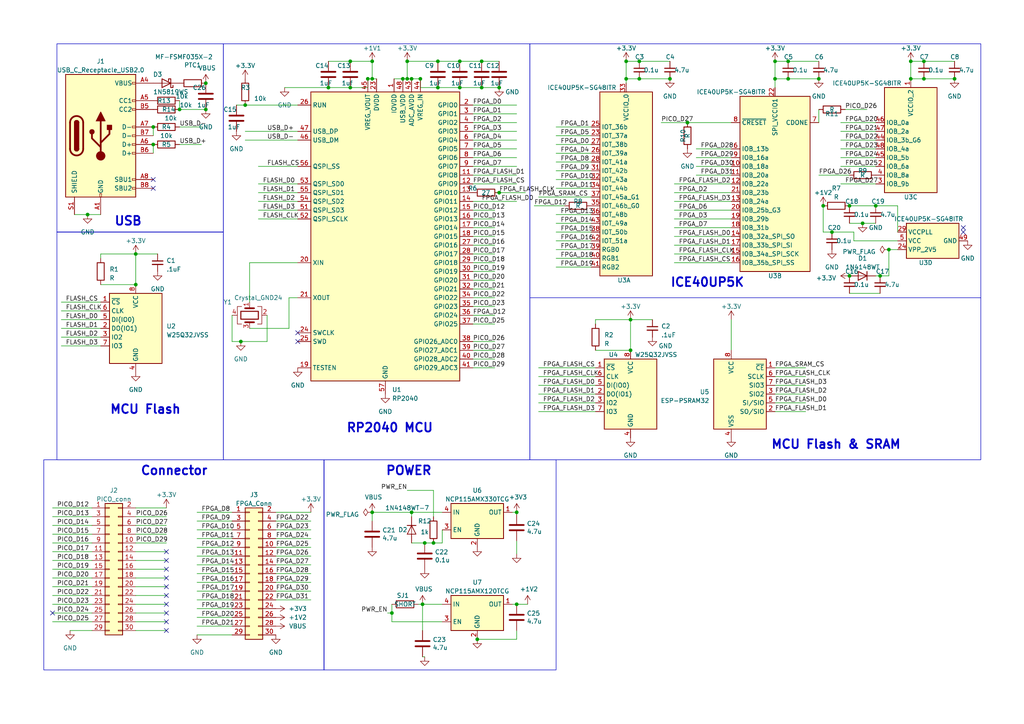
<source format=kicad_sch>
(kicad_sch (version 20230121) (generator eeschema)
  (paper "A4")
  (title_block (title "IO Extention board") (rev "0.1") (company "Shreeji Embedded"))
  (junction (at 149.86 175.26))
  (junction (at 264.16 22.86))
  (junction (at 71.12 30.48))
  (junction (at 241.3 67.31))
  (junction (at 224.79 17.78))
  (junction (at 264.16 17.78))
  (junction (at 181.61 17.78))
  (junction (at 246.38 80.01))
  (junction (at 149.86 148.59))
  (junction (at 267.97 17.78))
  (junction (at 118.11 17.78))
  (junction (at 144.78 25.4))
  (junction (at 127 17.78))
  (junction (at 182.88 92.71))
  (junction (at 276.86 22.86))
  (junction (at 181.61 22.86))
  (junction (at 107.95 148.59))
  (junction (at 138.43 185.42))
  (junction (at 52.07 31.75))
  (junction (at 228.6 17.78))
  (junction (at 101.6 17.78))
  (junction (at 123.19 157.48))
  (junction (at 127 25.4))
  (junction (at 185.42 17.78))
  (junction (at 182.88 101.6))
  (junction (at 116.84 22.86))
  (junction (at 106.68 22.86))
  (junction (at 194.31 22.86))
  (junction (at 185.42 22.86))
  (junction (at 139.7 17.78))
  (junction (at 257.81 72.39))
  (junction (at 59.69 31.75))
  (junction (at 44.45 41.91))
  (junction (at 122.555 175.26))
  (junction (at 250.19 64.77))
  (junction (at 95.25 25.4))
  (junction (at 69.85 99.06))
  (junction (at 125.73 157.48))
  (junction (at 39.37 73.66))
  (junction (at 59.69 24.13))
  (junction (at 238.76 59.69))
  (junction (at 267.97 22.86))
  (junction (at 119.38 148.59))
  (junction (at 254 59.69))
  (junction (at 237.49 22.86))
  (junction (at 246.38 59.69))
  (junction (at 113.665 177.8))
  (junction (at 44.45 36.83))
  (junction (at 101.6 25.4))
  (junction (at 107.95 22.86))
  (junction (at 255.27 80.01))
  (junction (at 39.37 82.55))
  (junction (at 107.95 17.78))
  (junction (at 133.35 25.4))
  (junction (at 139.7 25.4))
  (junction (at 133.35 17.78))
  (junction (at 118.11 22.86))
  (junction (at 119.38 22.86))
  (junction (at 144.78 55.88))
  (junction (at 121.92 22.86))
  (junction (at 199.39 35.56))
  (junction (at 228.6 22.86))
  (junction (at 224.79 22.86))
  (junction (at 25.4 62.23))
  (no_connect (at 48.26 165.1))
  (no_connect (at 48.26 180.34))
  (no_connect (at 48.26 172.72))
  (no_connect (at 48.26 162.56))
  (no_connect (at 48.26 170.18))
  (no_connect (at 44.45 52.07))
  (no_connect (at 279.4 67.31))
  (no_connect (at 86.36 99.06))
  (no_connect (at 44.45 54.61))
  (no_connect (at 48.26 177.8))
  (no_connect (at 48.26 160.02))
  (no_connect (at 279.4 66.04))
  (no_connect (at 15.24 177.8))
  (no_connect (at 48.26 167.64))
  (no_connect (at 86.36 96.52))
  (no_connect (at 48.26 175.26))
  (no_connect (at 48.26 182.88))
  (wire (pts (xy 201.93 45.72) (xy 212.09 45.72)))
  (wire (pts (xy 154.94 59.69) (xy 163.83 59.69)))
  (wire (pts (xy 224.79 116.84) (xy 233.68 116.84)))
  (wire (pts (xy 127 25.4) (xy 121.92 25.4)))
  (wire (pts (xy 72.39 95.25) (xy 83.82 95.25)))
  (wire (pts (xy 149.86 160.655) (xy 149.86 156.845)))
  (wire (pts (xy 137.16 33.02) (xy 149.86 33.02)))
  (wire (pts (xy 161.29 46.99) (xy 171.45 46.99)))
  (wire (pts (xy 246.38 64.77) (xy 250.19 64.77)))
  (wire (pts (xy 82.55 25.4) (xy 95.25 25.4)))
  (wire (pts (xy 246.38 85.09) (xy 255.27 85.09)))
  (wire (pts (xy 181.61 17.78) (xy 185.42 17.78)))
  (wire (pts (xy 139.7 25.4) (xy 133.35 25.4)))
  (wire (pts (xy 20.32 182.88) (xy 26.67 182.88)))
  (wire (pts (xy 161.29 69.85) (xy 171.45 69.85)))
  (wire (pts (xy 201.93 43.18) (xy 212.09 43.18)))
  (wire (pts (xy 80.01 151.13) (xy 90.17 151.13)))
  (wire (pts (xy 15.24 180.34) (xy 26.67 180.34)))
  (wire (pts (xy 237.49 50.8) (xy 246.38 50.8)))
  (wire (pts (xy 137.16 73.66) (xy 143.51 73.66)))
  (wire (pts (xy 83.82 86.36) (xy 86.36 86.36)))
  (wire (pts (xy 119.38 157.48) (xy 123.19 157.48)))
  (wire (pts (xy 39.37 162.56) (xy 48.26 162.56)))
  (wire (pts (xy 195.58 53.34) (xy 212.09 53.34)))
  (wire (pts (xy 161.29 52.07) (xy 171.45 52.07)))
  (wire (pts (xy 39.37 147.32) (xy 48.26 147.32)))
  (wire (pts (xy 161.29 77.47) (xy 171.45 77.47)))
  (wire (pts (xy 113.665 180.34) (xy 113.665 177.8)))
  (wire (pts (xy 264.16 22.86) (xy 267.97 22.86)))
  (wire (pts (xy 39.37 172.72) (xy 48.26 172.72)))
  (wire (pts (xy 80.01 153.67) (xy 90.17 153.67)))
  (wire (pts (xy 112.395 177.8) (xy 113.665 177.8)))
  (wire (pts (xy 80.01 166.37) (xy 90.17 166.37)))
  (wire (pts (xy 39.37 180.34) (xy 48.26 180.34)))
  (wire (pts (xy 80.01 171.45) (xy 90.17 171.45)))
  (wire (pts (xy 195.58 71.12) (xy 212.09 71.12)))
  (wire (pts (xy 17.78 95.25) (xy 29.21 95.25)))
  (wire (pts (xy 137.16 76.2) (xy 143.51 76.2)))
  (wire (pts (xy 161.29 44.45) (xy 171.45 44.45)))
  (wire (pts (xy 83.82 95.25) (xy 83.82 86.36)))
  (wire (pts (xy 123.19 157.48) (xy 125.73 157.48)))
  (wire (pts (xy 228.6 17.78) (xy 237.49 17.78)))
  (wire (pts (xy 74.93 53.34) (xy 86.36 53.34)))
  (wire (pts (xy 107.95 17.78) (xy 107.95 22.86)))
  (wire (pts (xy 201.93 48.26) (xy 212.09 48.26)))
  (wire (pts (xy 139.7 17.78) (xy 144.78 17.78)))
  (wire (pts (xy 137.16 38.1) (xy 149.86 38.1)))
  (wire (pts (xy 137.16 93.98) (xy 143.51 93.98)))
  (wire (pts (xy 72.39 76.2) (xy 86.36 76.2)))
  (wire (pts (xy 125.73 149.86) (xy 125.73 142.24)))
  (wire (pts (xy 72.39 87.63) (xy 72.39 76.2)))
  (wire (pts (xy 137.16 99.06) (xy 143.51 99.06)))
  (wire (pts (xy 224.79 17.78) (xy 224.79 22.86)))
  (wire (pts (xy 80.01 156.21) (xy 90.17 156.21)))
  (wire (pts (xy 243.84 40.64) (xy 254 40.64)))
  (wire (pts (xy 137.16 63.5) (xy 143.51 63.5)))
  (wire (pts (xy 121.285 175.26) (xy 122.555 175.26)))
  (wire (pts (xy 15.24 152.4) (xy 26.67 152.4)))
  (wire (pts (xy 39.37 182.88) (xy 48.26 182.88)))
  (wire (pts (xy 15.24 157.48) (xy 26.67 157.48)))
  (wire (pts (xy 156.21 119.38) (xy 172.72 119.38)))
  (wire (pts (xy 122.555 175.26) (xy 128.27 175.26)))
  (wire (pts (xy 137.16 53.34) (xy 149.86 53.34)))
  (wire (pts (xy 195.58 58.42) (xy 212.09 58.42)))
  (wire (pts (xy 195.58 73.66) (xy 212.09 73.66)))
  (wire (pts (xy 67.31 99.06) (xy 69.85 99.06)))
  (wire (pts (xy 71.12 38.1) (xy 86.36 38.1)))
  (wire (pts (xy 67.31 91.44) (xy 67.31 99.06)))
  (wire (pts (xy 149.86 185.42) (xy 149.86 182.88)))
  (wire (pts (xy 15.24 160.02) (xy 26.67 160.02)))
  (wire (pts (xy 156.21 116.84) (xy 172.72 116.84)))
  (wire (pts (xy 156.21 114.3) (xy 172.72 114.3)))
  (wire (pts (xy 137.16 101.6) (xy 143.51 101.6)))
  (wire (pts (xy 80.01 173.99) (xy 90.17 173.99)))
  (wire (pts (xy 137.16 43.18) (xy 149.86 43.18)))
  (wire (pts (xy 125.73 157.48) (xy 128.27 157.48)))
  (wire (pts (xy 243.84 45.72) (xy 254 45.72)))
  (wire (pts (xy 95.25 17.78) (xy 101.6 17.78)))
  (wire (pts (xy 39.37 73.66) (xy 29.21 73.66)))
  (wire (pts (xy 224.79 106.68) (xy 233.68 106.68)))
  (wire (pts (xy 57.15 161.29) (xy 67.31 161.29)))
  (wire (pts (xy 149.86 149.225) (xy 149.86 148.59)))
  (wire (pts (xy 122.555 175.26) (xy 122.555 182.88)))
  (wire (pts (xy 267.97 17.78) (xy 276.86 17.78)))
  (wire (pts (xy 257.81 72.39) (xy 257.81 80.01)))
  (wire (pts (xy 39.37 157.48) (xy 48.26 157.48)))
  (wire (pts (xy 74.93 60.96) (xy 86.36 60.96)))
  (wire (pts (xy 161.29 41.91) (xy 171.45 41.91)))
  (wire (pts (xy 161.29 54.61) (xy 171.45 54.61)))
  (wire (pts (xy 148.59 175.26) (xy 149.86 175.26)))
  (wire (pts (xy 133.35 17.78) (xy 139.7 17.78)))
  (wire (pts (xy 15.24 162.56) (xy 26.67 162.56)))
  (wire (pts (xy 39.37 154.94) (xy 48.26 154.94)))
  (wire (pts (xy 156.21 109.22) (xy 172.72 109.22)))
  (wire (pts (xy 137.16 81.28) (xy 143.51 81.28)))
  (wire (pts (xy 57.15 166.37) (xy 67.31 166.37)))
  (wire (pts (xy 17.78 97.79) (xy 29.21 97.79)))
  (wire (pts (xy 80.01 148.59) (xy 90.17 148.59)))
  (wire (pts (xy 95.25 25.4) (xy 101.6 25.4)))
  (wire (pts (xy 247.65 67.31) (xy 241.3 67.31)))
  (wire (pts (xy 74.93 55.88) (xy 86.36 55.88)))
  (wire (pts (xy 39.37 170.18) (xy 48.26 170.18)))
  (wire (pts (xy 161.29 72.39) (xy 171.45 72.39)))
  (wire (pts (xy 185.42 17.78) (xy 194.31 17.78)))
  (wire (pts (xy 254 80.01) (xy 255.27 80.01)))
  (wire (pts (xy 137.16 83.82) (xy 143.51 83.82)))
  (wire (pts (xy 156.21 111.76) (xy 172.72 111.76)))
  (wire (pts (xy 195.58 55.88) (xy 212.09 55.88)))
  (wire (pts (xy 133.35 25.4) (xy 127 25.4)))
  (wire (pts (xy 119.38 22.86) (xy 121.92 22.86)))
  (wire (pts (xy 137.16 35.56) (xy 149.86 35.56)))
  (wire (pts (xy 149.86 175.26) (xy 153.035 175.26)))
  (wire (pts (xy 137.16 48.26) (xy 149.86 48.26)))
  (wire (pts (xy 101.6 17.78) (xy 107.95 17.78)))
  (wire (pts (xy 137.16 66.04) (xy 143.51 66.04)))
  (wire (pts (xy 29.21 73.66) (xy 29.21 74.93)))
  (wire (pts (xy 260.35 69.85) (xy 247.65 69.85)))
  (wire (pts (xy 241.3 67.31) (xy 238.76 67.31)))
  (wire (pts (xy 149.86 148.59) (xy 148.59 148.59)))
  (wire (pts (xy 137.16 50.8) (xy 149.86 50.8)))
  (wire (pts (xy 137.16 68.58) (xy 143.51 68.58)))
  (wire (pts (xy 195.58 63.5) (xy 212.09 63.5)))
  (wire (pts (xy 161.29 36.83) (xy 171.45 36.83)))
  (wire (pts (xy 39.37 175.26) (xy 48.26 175.26)))
  (wire (pts (xy 181.61 22.86) (xy 185.42 22.86)))
  (wire (pts (xy 181.61 17.78) (xy 181.61 22.86)))
  (wire (pts (xy 137.16 91.44) (xy 143.51 91.44)))
  (wire (pts (xy 15.24 170.18) (xy 26.67 170.18)))
  (wire (pts (xy 257.81 80.01) (xy 255.27 80.01)))
  (wire (pts (xy 39.37 165.1) (xy 48.26 165.1)))
  (wire (pts (xy 57.15 176.53) (xy 67.31 176.53)))
  (wire (pts (xy 77.47 91.44) (xy 77.47 99.06)))
  (wire (pts (xy 161.29 62.23) (xy 171.45 62.23)))
  (wire (pts (xy 191.77 35.56) (xy 199.39 35.56)))
  (wire (pts (xy 15.24 172.72) (xy 26.67 172.72)))
  (wire (pts (xy 80.01 161.29) (xy 90.17 161.29)))
  (wire (pts (xy 15.24 149.86) (xy 26.67 149.86)))
  (wire (pts (xy 224.79 22.86) (xy 228.6 22.86)))
  (wire (pts (xy 80.01 168.91) (xy 90.17 168.91)))
  (wire (pts (xy 39.37 152.4) (xy 48.26 152.4)))
  (wire (pts (xy 137.16 106.68) (xy 143.51 106.68)))
  (wire (pts (xy 15.24 147.32) (xy 26.67 147.32)))
  (wire (pts (xy 29.21 82.55) (xy 39.37 82.55)))
  (wire (pts (xy 195.58 66.04) (xy 212.09 66.04)))
  (wire (pts (xy 228.6 22.86) (xy 237.49 22.86)))
  (wire (pts (xy 74.93 63.5) (xy 86.36 63.5)))
  (wire (pts (xy 138.43 185.42) (xy 149.86 185.42)))
  (wire (pts (xy 80.01 163.83) (xy 90.17 163.83)))
  (wire (pts (xy 39.37 73.66) (xy 45.72 73.66)))
  (wire (pts (xy 52.07 29.21) (xy 52.07 31.75)))
  (wire (pts (xy 264.16 17.78) (xy 267.97 17.78)))
  (wire (pts (xy 57.15 156.21) (xy 67.31 156.21)))
  (wire (pts (xy 116.84 22.86) (xy 118.11 22.86)))
  (wire (pts (xy 57.15 153.67) (xy 67.31 153.67)))
  (wire (pts (xy 201.93 50.8) (xy 212.09 50.8)))
  (wire (pts (xy 260.35 67.31) (xy 260.35 59.69)))
  (wire (pts (xy 68.58 30.48) (xy 71.12 30.48)))
  (wire (pts (xy 243.84 38.1) (xy 254 38.1)))
  (wire (pts (xy 267.97 22.86) (xy 276.86 22.86)))
  (wire (pts (xy 182.88 92.71) (xy 172.72 92.71)))
  (wire (pts (xy 224.79 114.3) (xy 233.68 114.3)))
  (wire (pts (xy 106.68 25.4) (xy 106.68 22.86)))
  (wire (pts (xy 224.79 17.78) (xy 228.6 17.78)))
  (wire (pts (xy 122.555 190.5) (xy 123.19 190.5)))
  (wire (pts (xy 181.61 22.86) (xy 181.61 24.13)))
  (wire (pts (xy 243.84 48.26) (xy 254 48.26)))
  (wire (pts (xy 114.3 22.86) (xy 116.84 22.86)))
  (wire (pts (xy 137.16 88.9) (xy 143.51 88.9)))
  (wire (pts (xy 44.45 36.83) (xy 44.45 39.37)))
  (wire (pts (xy 39.37 73.66) (xy 39.37 82.55)))
  (wire (pts (xy 39.37 177.8) (xy 48.26 177.8)))
  (wire (pts (xy 17.78 87.63) (xy 29.21 87.63)))
  (wire (pts (xy 119.38 148.59) (xy 119.38 149.86)))
  (wire (pts (xy 127 17.78) (xy 133.35 17.78)))
  (wire (pts (xy 161.29 39.37) (xy 171.45 39.37)))
  (wire (pts (xy 250.19 64.77) (xy 254 64.77)))
  (wire (pts (xy 137.16 104.14) (xy 143.51 104.14)))
  (wire (pts (xy 224.79 119.38) (xy 233.68 119.38)))
  (wire (pts (xy 118.11 17.78) (xy 118.11 22.86)))
  (wire (pts (xy 224.79 109.22) (xy 233.68 109.22)))
  (wire (pts (xy 39.37 149.86) (xy 48.26 149.86)))
  (wire (pts (xy 118.11 17.78) (xy 127 17.78)))
  (wire (pts (xy 113.665 180.34) (xy 128.27 180.34)))
  (wire (pts (xy 39.37 160.02) (xy 48.26 160.02)))
  (wire (pts (xy 137.16 40.64) (xy 149.86 40.64)))
  (wire (pts (xy 182.88 92.71) (xy 189.23 92.71)))
  (wire (pts (xy 15.24 154.94) (xy 26.67 154.94)))
  (wire (pts (xy 52.07 31.75) (xy 59.69 31.75)))
  (wire (pts (xy 161.29 67.31) (xy 171.45 67.31)))
  (wire (pts (xy 57.15 184.15) (xy 67.31 184.15)))
  (wire (pts (xy 17.78 100.33) (xy 29.21 100.33)))
  (wire (pts (xy 57.15 151.13) (xy 67.31 151.13)))
  (wire (pts (xy 212.09 92.71) (xy 212.09 101.6)))
  (wire (pts (xy 161.29 64.77) (xy 171.45 64.77)))
  (wire (pts (xy 74.93 48.26) (xy 86.36 48.26)))
  (wire (pts (xy 246.38 59.69) (xy 254 59.69)))
  (wire (pts (xy 224.79 111.76) (xy 233.68 111.76)))
  (wire (pts (xy 71.12 40.64) (xy 86.36 40.64)))
  (wire (pts (xy 107.95 22.86) (xy 109.22 22.86)))
  (wire (pts (xy 57.15 171.45) (xy 67.31 171.45)))
  (wire (pts (xy 144.78 55.88) (xy 152.4 55.88)))
  (wire (pts (xy 172.72 101.6) (xy 182.88 101.6)))
  (wire (pts (xy 44.45 41.91) (xy 44.45 44.45)))
  (wire (pts (xy 118.11 22.86) (xy 119.38 22.86)))
  (wire (pts (xy 80.01 158.75) (xy 90.17 158.75)))
  (wire (pts (xy 161.29 74.93) (xy 171.45 74.93)))
  (wire (pts (xy 195.58 76.2) (xy 212.09 76.2)))
  (wire (pts (xy 121.92 25.4) (xy 121.92 22.86)))
  (wire (pts (xy 57.15 181.61) (xy 67.31 181.61)))
  (wire (pts (xy 137.16 86.36) (xy 143.51 86.36)))
  (wire (pts (xy 143.51 55.88) (xy 144.78 55.88)))
  (wire (pts (xy 161.29 49.53) (xy 171.45 49.53)))
  (wire (pts (xy 15.24 167.64) (xy 26.67 167.64)))
  (wire (pts (xy 118.11 142.24) (xy 125.73 142.24)))
  (wire (pts (xy 57.15 173.99) (xy 67.31 173.99)))
  (wire (pts (xy 224.79 22.86) (xy 224.79 25.4)))
  (wire (pts (xy 39.37 167.64) (xy 48.26 167.64)))
  (wire (pts (xy 128.27 153.67) (xy 128.27 157.48)))
  (wire (pts (xy 199.39 35.56) (xy 212.09 35.56)))
  (wire (pts (xy 137.16 58.42) (xy 149.86 58.42)))
  (wire (pts (xy 238.76 67.31) (xy 238.76 59.69)))
  (wire (pts (xy 25.4 62.23) (xy 29.21 62.23)))
  (wire (pts (xy 71.12 30.48) (xy 86.36 30.48)))
  (wire (pts (xy 137.16 78.74) (xy 143.51 78.74)))
  (wire (pts (xy 57.15 148.59) (xy 67.31 148.59)))
  (wire (pts (xy 15.24 175.26) (xy 26.67 175.26)))
  (wire (pts (xy 77.47 99.06) (xy 69.85 99.06)))
  (wire (pts (xy 243.84 43.18) (xy 254 43.18)))
  (wire (pts (xy 107.95 148.59) (xy 107.95 151.13)))
  (wire (pts (xy 52.07 36.83) (xy 58.42 36.83)))
  (wire (pts (xy 21.59 62.23) (xy 25.4 62.23)))
  (wire (pts (xy 106.68 22.86) (xy 107.95 22.86)))
  (wire (pts (xy 247.65 69.85) (xy 247.65 67.31)))
  (wire (pts (xy 119.38 148.59) (xy 128.27 148.59)))
  (wire (pts (xy 74.93 58.42) (xy 86.36 58.42)))
  (wire (pts (xy 195.58 68.58) (xy 212.09 68.58)))
  (wire (pts (xy 257.81 72.39) (xy 260.35 72.39)))
  (wire (pts (xy 17.78 92.71) (xy 29.21 92.71)))
  (wire (pts (xy 137.16 45.72) (xy 149.86 45.72)))
  (wire (pts (xy 17.78 90.17) (xy 29.21 90.17)))
  (wire (pts (xy 57.15 168.91) (xy 67.31 168.91)))
  (wire (pts (xy 156.21 57.15) (xy 171.45 57.15)))
  (wire (pts (xy 243.84 35.56) (xy 254 35.56)))
  (wire (pts (xy 182.88 92.71) (xy 182.88 101.6)))
  (wire (pts (xy 245.11 31.75) (xy 251.46 31.75)))
  (wire (pts (xy 137.16 60.96) (xy 143.51 60.96)))
  (wire (pts (xy 57.15 158.75) (xy 67.31 158.75)))
  (wire (pts (xy 195.58 60.96) (xy 212.09 60.96)))
  (wire (pts (xy 144.78 25.4) (xy 139.7 25.4)))
  (wire (pts (xy 172.72 92.71) (xy 172.72 93.98)))
  (wire (pts (xy 156.21 106.68) (xy 172.72 106.68)))
  (wire (pts (xy 113.665 175.26) (xy 113.665 177.8)))
  (wire (pts (xy 107.95 148.59) (xy 119.38 148.59)))
  (wire (pts (xy 260.35 59.69) (xy 254 59.69)))
  (wire (pts (xy 57.15 163.83) (xy 67.31 163.83)))
  (wire (pts (xy 185.42 22.86) (xy 194.31 22.86)))
  (wire (pts (xy 15.24 177.8) (xy 26.67 177.8)))
  (wire (pts (xy 101.6 25.4) (xy 106.68 25.4)))
  (wire (pts (xy 15.24 165.1) (xy 26.67 165.1)))
  (wire (pts (xy 243.84 53.34) (xy 254 53.34)))
  (wire (pts (xy 57.15 179.07) (xy 67.31 179.07)))
  (wire (pts (xy 264.16 17.78) (xy 264.16 22.86)))
  (wire (pts (xy 137.16 71.12) (xy 143.51 71.12)))
  (wire (pts (xy 237.49 31.75) (xy 237.49 35.56)))
  (wire (pts (xy 52.07 41.91) (xy 58.42 41.91)))
  (wire (pts (xy 137.16 30.48) (xy 149.86 30.48)))
  (rectangle (start 93.98 133.35) (end 161.29 194.31))
  (rectangle (start 12.7 133.35) (end 93.98 194.31))
  (rectangle (start 153.67 12.7) (end 284.48 86.36))
  (rectangle (start 153.67 86.36) (end 284.48 133.35))
  (rectangle (start 16.51 12.7) (end 64.77 67.31))
  (rectangle (start 16.51 67.31) (end 64.77 133.35))
  (rectangle (start 64.77 12.7) (end 153.67 133.35))
  (text "Connector\n\n" (at 40.64 142.24 0) (effects (font (size 2.54 2.54) (thickness 0.508) bold) (justify left bottom)))
  (text "POWER\n\n" (at 111.76 142.24 0) (effects (font (size 2.54 2.54) (thickness 0.508) bold) (justify left bottom)))
  (text "MCU Flash\n\n" (at 31.75 124.46 0) (effects (font (size 2.54 2.54) (thickness 0.508) bold) (justify left bottom)))
  (text "ICE40UP5K\n\n" (at 194.31 87.63 0) (effects (font (size 2.54 2.54) (thickness 0.508) bold) (justify left bottom)))
  (text "MCU Flash & SRAM\n\n" (at 223.52 134.62 0) (effects (font (size 2.54 2.54) (thickness 0.508) bold) (justify left bottom)))
  (text "USB\n\n" (at 33.02 69.85 0) (effects (font (size 2.54 2.54) (thickness 0.508) bold) (justify left bottom)))
  (text "RP2040 MCU\n" (at 100.33 125.73 0) (effects (font (size 2.54 2.54) (thickness 0.508) bold) (justify left bottom)))
  (label "FPGA_D3" (at 196.85 63.5 0))
  (label "FPGA_D13" (at 162.56 62.23 0))
  (label "PICO_D12" (at 16.51 147.32 0))
  (label "FPGA_D28" (at 80.01 166.37 0))
  (label "PICO_D23" (at 137.16 88.9 0))
  (label "PICO_D13" (at 16.51 149.86 0))
  (label "FPGA_D12" (at 58.42 158.75 0))
  (label "FPGA_FLASH_CLK" (at 157.48 109.22 0))
  (label "FPGA_D15" (at 162.56 67.31 0))
  (label "PICO_D18" (at 137.16 76.2 0))
  (label "FPGA_D28" (at 203.2 43.18 0))
  (label "FPGA_D12" (at 154.94 59.69 0))
  (label "PICO_D19" (at 16.51 165.1 0))
  (label "PICO_D20" (at 16.51 167.64 0))
  (label "FPGA_SRAM_CS" (at 156.21 57.15 0))
  (label "PICO_D26" (at 245.11 31.75 0))
  (label "PICO_D24" (at 16.51 177.8 0))
  (label "USB_D+" (at 77.47 38.1 0))
  (label "FPGA_FLASH_D2" (at 224.79 114.3 0))
  (label "PICO_D27" (at 137.16 101.6 0))
  (label "FPGA_D3" (at 137.16 38.1 0))
  (label "PICO_D13" (at 137.16 63.5 0))
  (label "FPGA_D9" (at 162.56 49.53 0))
  (label "FLASH_D3" (at 76.2 60.96 0))
  (label "FPGA_D8" (at 162.56 46.99 0))
  (label "FPGA_FLASH_D3" (at 224.79 111.76 0))
  (label "FPGA_D25" (at 245.11 48.26 0))
  (label "PICO_D23" (at 16.51 175.26 0))
  (label "FPGA_D17" (at 162.56 72.39 0))
  (label "FPGA_D24" (at 80.01 156.21 0))
  (label "FLASH_D1" (at 19.05 95.25 0))
  (label "PICO_D25" (at 137.16 93.98 0))
  (label "FPGA_D26" (at 237.49 50.8 0))
  (label "FPGA_D25" (at 80.01 158.75 0))
  (label "FPGA_D6" (at 137.16 45.72 0))
  (label "FPGA_D31" (at 80.01 173.99 0))
  (label "PICO_D14" (at 137.16 66.04 0))
  (label "PICO_D26" (at 39.37 149.86 0))
  (label "FPGA_D1" (at 137.16 33.02 0))
  (label "FPGA_D24" (at 245.11 45.72 0))
  (label "PICO_D16" (at 137.16 71.12 0))
  (label "PICO_D27" (at 191.77 35.56 0))
  (label "PICO_D16" (at 16.51 157.48 0))
  (label "FPGA_FLASH_D3" (at 157.48 119.38 0))
  (label "FPGA_D30" (at 80.01 171.45 0))
  (label "FPGA_D27" (at 80.01 163.83 0))
  (label "FPGA_D30" (at 203.2 48.26 0))
  (label "FPGA_D16" (at 162.56 69.85 0))
  (label "FPGA_D11" (at 58.42 156.21 0))
  (label "FPGA_D18" (at 58.42 173.99 0))
  (label "FLASH_D2" (at 76.2 58.42 0))
  (label "FPGA_D27" (at 245.11 53.34 0))
  (label "FPGA_D10" (at 162.56 52.07 0))
  (label "FLASH_CS" (at 19.05 87.63 0))
  (label "PICO_D18" (at 16.51 162.56 0))
  (label "PWR_EN" (at 118.11 142.24 180))
  (label "FPGA_FLASH_CS" (at 196.85 76.2 0))
  (label "FLASH_D2" (at 19.05 97.79 0))
  (label "FPGA_D10" (at 58.42 153.67 0))
  (label "FPGA_FLASH_D3" (at 196.85 58.42 0))
  (label "PICO_D22" (at 16.51 172.72 0))
  (label "FPGA_SRAM_CS" (at 224.79 106.68 0))
  (label "PICO_D28" (at 137.16 104.14 0))
  (label "FPGA_D20" (at 58.42 179.07 0))
  (label "PICO_D20" (at 137.16 81.28 0))
  (label "FPGA_D20" (at 245.11 35.56 0))
  (label "FLASH_D0" (at 76.2 53.34 0))
  (label "FPGA_D5" (at 162.56 39.37 0))
  (label "FPGA_D14" (at 58.42 163.83 0))
  (label "FPGA_D0" (at 137.16 30.48 0))
  (label "FPGA_FLASH_CS" (at 157.48 106.68 0))
  (label "USB_D-" (at 52.07 36.83 0))
  (label "FPGA_D17" (at 58.42 171.45 0))
  (label "FPGA_FLASH_D1" (at 157.48 114.3 0))
  (label "FPGA_D31" (at 203.2 50.8 0))
  (label "FPGA_D16" (at 58.42 168.91 0))
  (label "PICO_D28" (at 39.37 154.94 0))
  (label "FPGA_D2" (at 137.16 35.56 0))
  (label "PICO_D15" (at 137.16 68.58 0))
  (label "FPGA_D8" (at 58.42 148.59 0))
  (label "FPGA_D26" (at 80.01 161.29 0))
  (label "FLASH_D1" (at 76.2 55.88 0))
  (label "FPGA_D7" (at 137.16 48.26 0))
  (label "FPGA_D1" (at 162.56 36.83 0))
  (label "PICO_D25" (at 16.51 180.34 0))
  (label "FPGA_D22" (at 245.11 40.64 0))
  (label "PICO_D12" (at 137.16 60.96 0))
  (label "PICO_D21" (at 137.16 83.82 0))
  (label "FPGA_D29" (at 203.2 45.72 0))
  (label "FPGA_FLASH_D2" (at 196.85 53.34 0))
  (label "FPGA_D19" (at 58.42 176.53 0))
  (label "FPGA_D7" (at 196.85 66.04 0))
  (label "PICO_D19" (at 137.16 78.74 0))
  (label "PICO_D26" (at 137.16 99.06 0))
  (label "FPGA_FLASH_D1" (at 196.85 71.12 0))
  (label "FPGA_FLASH_D1" (at 224.79 119.38 0))
  (label "FLASH_D3" (at 19.05 100.33 0))
  (label "PICO_D14" (at 16.51 152.4 0))
  (label "FPGA_D12" (at 137.16 91.44 0))
  (label "FPGA_FLASH_D2" (at 157.48 116.84 0))
  (label "FPGA_D11" (at 162.56 54.61 0))
  (label "FPGA_D5" (at 137.16 43.18 0))
  (label "FPGA_D22" (at 80.01 151.13 0))
  (label "FPGA_FLASH_CLK" (at 144.78 55.88 0))
  (label "FPGA_D23" (at 245.11 43.18 0))
  (label "FPGA_FLASH_CLK" (at 224.79 109.22 0))
  (label "FPGA_FLASH_D0" (at 196.85 68.58 0))
  (label "FPGA_D21" (at 245.11 38.1 0))
  (label "PWR_EN" (at 112.395 177.8 180))
  (label "PICO_D21" (at 16.51 170.18 0))
  (label "FLASH_CLK" (at 19.05 90.17 0))
  (label "FPGA_D29" (at 80.01 168.91 0))
  (label "FPGA_FLASH_D0" (at 139.7 58.42 0))
  (label "FPGA_D19" (at 162.56 77.47 0))
  (label "FPGA_D0" (at 162.56 41.91 0))
  (label "PICO_D29" (at 137.16 106.68 0))
  (label "FPGA_D4" (at 137.16 40.64 0))
  (label "FPGA_D21" (at 58.42 181.61 0))
  (label "FPGA_FLASH_CS" (at 137.16 53.34 0))
  (label "FPGA_D13" (at 58.42 161.29 0))
  (label "PICO_D22" (at 137.16 86.36 0))
  (label "PICO_D17" (at 137.16 73.66 0))
  (label "PICO_D27" (at 39.37 152.4 0))
  (label "FPGA_D23" (at 80.01 153.67 0))
  (label "FPGA_FLASH_CLK" (at 196.85 73.66 0))
  (label "FLASH_CS" (at 77.47 48.26 0))
  (label "FPGA_D15" (at 58.42 166.37 0))
  (label "FPGA_D4" (at 162.56 44.45 0))
  (label "FPGA_FLASH_D0" (at 157.48 111.76 0))
  (label "FPGA_FLASH_D0" (at 224.79 116.84 0))
  (label "USB_D-" (at 77.47 40.64 0))
  (label "FPGA_D14" (at 162.56 64.77 0))
  (label "FPGA_D2" (at 196.85 55.88 0))
  (label "PICO_D29" (at 39.37 157.48 0))
  (label "PICO_D15" (at 16.51 154.94 0))
  (label "FLASH_D0" (at 19.05 92.71 0))
  (label "FLASH_CLK" (at 76.2 63.5 0))
  (label "FPGA_D6" (at 196.85 60.96 0))
  (label "PICO_D17" (at 16.51 160.02 0))
  (label "FPGA_D18" (at 162.56 74.93 0))
  (label "FPGA_FLASH_D1" (at 137.16 50.8 0))
  (label "USB_D+" (at 52.07 41.91 0))
  (label "FPGA_D9" (at 58.42 151.13 0))
  (symbol (lib_id "Device:C_Small") (at 276.86 20.32 0) (unit 1)
    (property "Reference" "C8" (at 275.59 16.51 0) (effects (justify left)))
    (property "Value" "4.7u" (at 278.13 20.32 0) (effects (justify left)))
    (property "Footprint" "Capacitor_SMD:C_0402_1005Metric" (effects hide))
  )
  (symbol (lib_id "UPduino_v3.0:Diode_1N4148W") (at 119.38 153.67 90) (mirror x) (unit 1)
    (property "Reference" "D2" (at 116.84 153.67 90))
    (property "Value" "1N4148WT-7" (at 118.11 147.32 90))
    (property "Footprint" "Diode_SMD:D_SOD-523" (effects hide))
    (property "Datasheet" "https://www.vishay.com/docs/85748/1n4148w.pdf" (effects hide))
    (property "Description" "DIODE GEN PURP 80V 125MA SOD523" (effects hide))
    (property "MPN" "1N4148WT-7" (effects hide))
    (property "Manufacturer" "Micro Commercial Co" (effects hide))
    (property "Supplier" "LCSC" (effects hide))
  )
  (symbol (lib_id "Device:C") (at 133.35 21.59 0) (unit 1)
    (property "Reference" "C10" (at 129.54 19.05 0) (effects (justify left)))
    (property "Value" "1uF" (at 130.81 24.13 0) (effects (justify left)))
    (property "Footprint" "Capacitor_SMD:C_0402_1005Metric" (effects hide))
  )
  (symbol (lib_id "power:GND") (at 182.88 127 0) (unit 1)
    (property "Reference" "#PWR09" (effects hide))
    (property "Value" "GND" (at 182.88 132.08 0))
  )
  (symbol (lib_id "Device:R") (at 48.26 36.83 90) (unit 1)
    (property "Reference" "R4" (at 48.26 36.83 90))
    (property "Value" "10k" (at 49.53 34.29 90))
  )
  (symbol (lib_id "power:+3.3V") (at 90.17 148.59 0) (unit 1)
    (property "Reference" "#PWR031" (effects hide))
    (property "Value" "+3.3V" (at 90.17 144.78 0))
  )
  (symbol (lib_id "FPGA_Lattice:ICE40UP5K-SG48ITR") (at 264.16 40.64 0) (unit 3)
    (property "Reference" "U3" (at 264.16 57.15 0))
    (property "Value" "ICE40UP5K-SG48ITR" (at 251.46 24.13 0))
    (property "Footprint" "Package_DFN_QFN:QFN-48-1EP_7x7mm_P0.5mm_EP5.6x5.6mm" (effects hide))
    (property "Datasheet" "http://www.latticesemi.com/Products/FPGAandCPLD/iCE40Ultra" (effects hide))
  )
  (symbol (lib_id "Device:C") (at 95.25 21.59 0) (unit 1)
    (property "Reference" "C14" (at 91.44 19.05 0) (effects (justify left)))
    (property "Value" "1uF" (at 92.71 24.13 0) (effects (justify left)))
    (property "Footprint" "Capacitor_SMD:C_0402_1005Metric" (effects hide))
  )
  (symbol (lib_id "Device:R") (at 250.19 50.8 90) (unit 1)
    (property "Reference" "R9" (at 250.19 49.53 90))
    (property "Value" "R" (at 250.19 50.8 90))
  )
  (symbol (lib_id "UPduino_v3.0:power_+1V2") (at 153.035 175.26 0) (unit 1)
    (property "Reference" "#PWR042" (effects hide))
    (property "Value" "+1V2" (at 153.416 170.8658 0))
  )
  (symbol (lib_id "Device:R") (at 241.3 31.75 270) (unit 1)
    (property "Reference" "R11" (at 241.3 33.02 90))
    (property "Value" "R" (at 241.3 31.75 90))
  )
  (symbol (lib_id "Memory_RAM:ESP-PSRAM32") (at 214.63 114.3 0) (unit 1)
    (property "Reference" "U5" (at 205.74 113.665 0) (effects (justify right)))
    (property "Value" "ESP-PSRAM32" (at 205.74 116.205 0) (effects (justify right)))
    (property "Footprint" "Package_SO:SOIC-8_3.9x4.9mm_P1.27mm" (effects hide))
    (property "Datasheet" "https://www.espressif.com/sites/default/files/documentation/esp-psram32_datasheet_en.pdf" (effects hide))
  )
  (symbol (lib_id "Device:C_Small") (at 189.23 95.25 0) (unit 1)
    (property "Reference" "C2" (at 191.77 94.6213 0) (effects (justify left)))
    (property "Value" ".1uF" (at 191.77 97.1613 0) (effects (justify left)))
    (property "Footprint" "Capacitor_SMD:C_0402_1005Metric" (effects hide))
  )
  (symbol (lib_id "power:VBUS") (at 107.95 148.59 0) (unit 1)
    (property "Reference" "#PWR034" (effects hide))
    (property "Value" "VSYS" (at 108.331 144.1958 0))
  )
  (symbol (lib_id "power:GND") (at 199.39 43.18 0) (unit 1)
    (property "Reference" "#PWR030" (effects hide))
    (property "Value" "GND" (at 199.39 48.26 0))
  )
  (symbol (lib_id "UPduino_v3.0:Device_R") (at 117.475 175.26 270) (unit 1)
    (property "Reference" "SJ1" (at 116.84 172.72 90))
    (property "Value" "SHORT" (at 117.475 175.26 90))
    (property "Footprint" "Jumper:SolderJumper-2_P1.3mm_Bridged_RoundedPad1.0x1.5mm" (effects hide))
    (property "MPN" "DNP" (effects hide))
  )
  (symbol (lib_id "Device:R") (at 48.26 31.75 270) (unit 1)
    (property "Reference" "R14" (at 46.99 31.75 90) (effects (justify left)))
    (property "Value" "10k" (at 52.07 30.48 90) (effects (justify left)))
  )
  (symbol (lib_id "power:GND") (at 237.49 22.86 0) (unit 1)
    (property "Reference" "#PWR016" (effects hide))
    (property "Value" "GND" (at 237.49 27.94 0))
  )
  (symbol (lib_id "Device:C_Small") (at 246.38 62.23 0) (unit 1)
    (property "Reference" "C18" (at 245.11 58.42 0) (effects (justify left)))
    (property "Value" "0.1u" (at 247.65 62.23 0) (effects (justify left)))
    (property "Footprint" "Capacitor_SMD:C_0402_1005Metric" (effects hide))
  )
  (symbol (lib_id "UPduino_v3.0:power_+1V2") (at 80.01 179.07 270) (unit 1)
    (property "Reference" "#PWR047" (effects hide))
    (property "Value" "+1V2" (at 86.36 179.07 90))
  )
  (symbol (lib_id "Memory_Flash:W25Q32JVSS") (at 39.37 95.25 0) (unit 1)
    (property "Reference" "U2" (at 48.26 94.615 0) (effects (justify left)))
    (property "Value" "W25Q32JVSS" (at 48.26 97.155 0) (effects (justify left)))
    (property "Footprint" "Package_SO:SOIC-8_5.23x5.23mm_P1.27mm" (effects hide))
    (property "Datasheet" "http://www.winbond.com/resource-files/w25q32jv%20revg%2003272018%20plus.pdf" (effects hide))
  )
  (symbol (lib_id "power:GND") (at 82.55 25.4 0) (unit 1)
    (property "Reference" "#PWR023" (effects hide))
    (property "Value" "GND" (at 82.55 30.48 0))
  )
  (symbol (lib_id "Regulator_Linear:NCP115AMX120TCG") (at 138.43 177.8 0) (unit 1)
    (property "Reference" "U7" (at 138.43 168.91 0))
    (property "Value" "NCP115AMX120TCG" (at 138.43 171.45 0))
    (property "Footprint" "RP2040_minimal:OnSemi_XDFN4-1EP_1.0x1.0mm_EP0.52x0.52mm" (effects hide))
    (property "Datasheet" "https://www.onsemi.com/pub/Collateral/NCP115-D.PDF" (effects hide))
    (property "Description" "IC REG LINEAR 1.2V 300MA 4XDFN" (effects hide))
    (property "MPN" "NCP115AMX120TCG" (effects hide))
    (property "Manufacturer" "onsemi" (effects hide))
    (property "Supplier" "Mouser" (effects hide))
  )
  (symbol (lib_id "UPduino_v3.0:power_GND") (at 123.19 190.5 0) (unit 1)
    (property "Reference" "#PWR043" (effects hide))
    (property "Value" "GND" (effects hide))
  )
  (symbol (lib_id "power:+3.3V") (at 181.61 17.78 0) (unit 1)
    (property "Reference" "#PWR012" (effects hide))
    (property "Value" "+3.3V" (at 181.61 13.97 0))
  )
  (symbol (lib_id "power:VBUS") (at 80.01 181.61 270) (unit 1)
    (property "Reference" "#PWR048" (effects hide))
    (property "Value" "VSYS" (at 86.36 181.61 90))
  )
  (symbol (lib_id "UPduino_v3.0:power_GND") (at 138.43 185.42 0) (unit 1)
    (property "Reference" "#PWR039" (effects hide))
    (property "Value" "GND" (effects hide))
  )
  (symbol (lib_id "Device:C") (at 139.7 21.59 0) (unit 1)
    (property "Reference" "C11" (at 135.89 19.05 0) (effects (justify left)))
    (property "Value" "1uF" (at 137.16 24.13 0) (effects (justify left)))
    (property "Footprint" "Capacitor_SMD:C_0402_1005Metric" (effects hide))
  )
  (symbol (lib_id "power:PWR_FLAG") (at 107.95 148.59 90) (unit 1)
    (property "Reference" "#FLG01" (effects hide))
    (property "Value" "PWR_FLAG" (at 104.14 149.225 90) (effects (justify left)))
  )
  (symbol (lib_id "FPGA_Lattice:ICE40UP5K-SG48ITR") (at 224.79 53.34 0) (unit 2)
    (property "Reference" "U3" (at 224.79 80.01 0))
    (property "Value" "ICE40UP5K-SG48ITR" (at 212.09 26.67 0))
    (property "Footprint" "Package_DFN_QFN:QFN-48-1EP_7x7mm_P0.5mm_EP5.6x5.6mm" (effects hide))
    (property "Datasheet" "http://www.latticesemi.com/Products/FPGAandCPLD/iCE40Ultra" (effects hide))
  )
  (symbol (lib_id "power:GND") (at 276.86 22.86 0) (unit 1)
    (property "Reference" "#PWR017" (effects hide))
    (property "Value" "GND" (at 276.86 27.94 0))
  )
  (symbol (lib_id "power:+1V1") (at 107.95 17.78 0) (unit 1)
    (property "Reference" "#PWR021" (effects hide))
    (property "Value" "+1V1" (at 107.95 13.97 0))
  )
  (symbol (lib_id "power:GND") (at 25.4 62.23 0) (unit 1)
    (property "Reference" "#PWR050" (effects hide))
    (property "Value" "GND" (at 25.4 67.31 0))
  )
  (symbol (lib_id "Device:C_Small") (at 255.27 82.55 0) (unit 1)
    (property "Reference" "C17" (at 254 78.74 0) (effects (justify left)))
    (property "Value" "4.7u" (at 256.54 82.55 0) (effects (justify left)))
    (property "Footprint" "Capacitor_SMD:C_0402_1005Metric" (effects hide))
  )
  (symbol (lib_id "power:GND") (at 241.3 72.39 0) (unit 1)
    (property "Reference" "#PWR029" (effects hide))
    (property "Value" "GND" (at 241.3 77.47 0))
  )
  (symbol (lib_id "Device:C_Small") (at 194.31 20.32 0) (unit 1)
    (property "Reference" "C4" (at 193.04 16.51 0) (effects (justify left)))
    (property "Value" "4.7u" (at 195.58 20.32 0) (effects (justify left)))
    (property "Footprint" "Capacitor_SMD:C_0402_1005Metric" (effects hide))
  )
  (symbol (lib_id "power:GND") (at 57.15 184.15 0) (unit 1)
    (property "Reference" "#PWR032" (effects hide))
    (property "Value" "GND" (at 57.15 189.23 0))
  )
  (symbol (lib_id "Device:R") (at 48.26 29.21 90) (unit 1)
    (property "Reference" "R13" (at 49.53 29.21 90) (effects (justify left)))
    (property "Value" "10k" (at 54.61 27.94 90) (effects (justify left)))
  )
  (symbol (lib_id "Connector_Generic:Conn_02x15_Odd_Even") (at 31.75 165.1 0) (unit 1)
    (property "Reference" "J2" (at 33.02 142.24 0))
    (property "Value" "PICO_conn" (at 33.02 144.78 0))
  )
  (symbol (lib_id "UPduino_v3.0:Device_C") (at 107.95 154.94 0) (unit 1)
    (property "Reference" "C21" (at 110.871 153.7716 0) (effects (justify left)))
    (property "Value" "4.7u" (at 110.871 156.083 0) (effects (justify left)))
    (property "Footprint" "Capacitor_SMD:C_0402_1005Metric" (effects hide))
    (property "Description" "CAP CER 4.7UF 6.3V X5R 0402" (effects hide))
    (property "MPN" "GRM155R60J475ME87D" (effects hide))
    (property "Manufacturer" "Murata Electronics" (effects hide))
    (property "Supplier" "LCSC" (effects hide))
  )
  (symbol (lib_id "power:GND") (at 250.19 64.77 0) (unit 1)
    (property "Reference" "#PWR028" (effects hide))
    (property "Value" "GND" (at 254 66.04 0))
  )
  (symbol (lib_id "power:GND") (at 280.67 69.85 0) (unit 1)
    (property "Reference" "#PWR03" (effects hide))
    (property "Value" "GND" (at 280.67 74.93 0))
  )
  (symbol (lib_id "Device:R") (at 48.26 41.91 90) (unit 1)
    (property "Reference" "R5" (at 48.26 41.91 90))
    (property "Value" "10k" (at 48.26 39.37 90))
  )
  (symbol (lib_id "power:+3.3V") (at 246.38 80.01 90) (unit 1)
    (property "Reference" "#PWR026" (effects hide))
    (property "Value" "+3.3V" (at 242.57 80.645 90) (effects (justify left)))
  )
  (symbol (lib_id "power:+3.3V") (at 182.88 92.71 0) (unit 1)
    (property "Reference" "#PWR010" (effects hide))
    (property "Value" "+3.3V" (at 182.88 88.9 0))
  )
  (symbol (lib_id "FPGA_Lattice:ICE40UP5K-SG48ITR") (at 181.61 52.07 0) (unit 1)
    (property "Reference" "U3" (at 179.07 81.28 0) (effects (justify left)))
    (property "Value" "ICE40UP5K-SG48ITR" (at 158.75 25.4 0) (effects (justify left)))
    (property "Footprint" "Package_DFN_QFN:QFN-48-1EP_7x7mm_P0.5mm_EP5.6x5.6mm" (effects hide))
    (property "Datasheet" "http://www.latticesemi.com/Products/FPGAandCPLD/iCE40Ultra" (effects hide))
  )
  (symbol (lib_id "Device:R") (at 29.21 78.74 0) (unit 1)
    (property "Reference" "R1" (at 31.75 78.105 0) (effects (justify left)))
    (property "Value" "R" (at 31.75 80.645 0) (effects (justify left)))
  )
  (symbol (lib_id "power:+3.3V") (at 39.37 73.66 0) (unit 1)
    (property "Reference" "#PWR05" (effects hide))
    (property "Value" "+3.3V" (at 39.37 69.85 0))
  )
  (symbol (lib_id "Device:C_Small") (at 267.97 20.32 0) (unit 1)
    (property "Reference" "C7" (at 266.7 16.51 0) (effects (justify left)))
    (property "Value" "0.1u" (at 269.24 20.32 0) (effects (justify left)))
    (property "Footprint" "Capacitor_SMD:C_0402_1005Metric" (effects hide))
  )
  (symbol (lib_id "power:VBUS") (at 122.555 175.26 0) (unit 1)
    (property "Reference" "#PWR037" (effects hide))
    (property "Value" "VSYS" (at 122.936 170.8658 0))
  )
  (symbol (lib_id "power:+3.3V") (at 118.11 17.78 0) (unit 1)
    (property "Reference" "#PWR020" (effects hide))
    (property "Value" "+3.3V" (at 118.11 13.97 0))
  )
  (symbol (lib_id "power:GND") (at 212.09 127 0) (unit 1)
    (property "Reference" "#PWR02" (effects hide))
    (property "Value" "GND" (at 212.09 132.08 0))
  )
  (symbol (lib_id "Diode:1N4148WT") (at 250.19 80.01 180) (unit 1)
    (property "Reference" "D1" (at 250.19 74.93 0))
    (property "Value" "1N4148WT" (at 250.19 77.47 0))
    (property "Footprint" "Diode_SMD:D_SOD-523" (effects hide))
    (property "Datasheet" "https://www.diodes.com/assets/Datasheets/ds30396.pdf" (effects hide))
    (property "Sim.Device" "D" (effects hide))
    (property "Sim.Pins" "1=K 2=A" (effects hide))
  )
  (symbol (lib_id "power:+3.3V") (at 71.12 22.86 0) (unit 1)
    (property "Reference" "#PWR024" (effects hide))
    (property "Value" "+3.3V" (at 71.12 19.05 0))
  )
  (symbol (lib_id "power:GND") (at 189.23 97.79 0) (unit 1)
    (property "Reference" "#PWR08" (effects hide))
    (property "Value" "GND" (at 193.04 100.33 0))
  )
  (symbol (lib_id "Connector:USB_C_Receptacle_USB2.0") (at 29.21 39.37 0) (unit 1)
    (property "Reference" "J1" (at 29.21 17.78 0))
    (property "Value" "USB_C_Receptacle_USB2.0" (at 29.21 20.32 0))
    (property "Footprint" "Connector_USB:USB_C_Plug_Molex_105444" (effects hide))
    (property "Datasheet" "https://www.usb.org/sites/default/files/documents/usb_type-c.zip" (effects hide))
  )
  (symbol (lib_id "Device:R") (at 140.97 55.88 90) (unit 1)
    (property "Reference" "R6" (at 138.43 54.61 90) (effects (justify left)))
    (property "Value" "27" (at 142.24 55.88 90) (effects (justify left)))
  )
  (symbol (lib_id "power:+3.3V") (at 224.79 17.78 0) (unit 1)
    (property "Reference" "#PWR013" (effects hide))
    (property "Value" "+3.3V" (at 224.79 13.97 0))
  )
  (symbol (lib_id "Regulator_Linear:NCP115AMX330TCG") (at 138.43 151.13 0) (unit 1)
    (property "Reference" "U6" (at 138.43 142.24 0))
    (property "Value" "NCP115AMX330TCG" (at 138.43 144.78 0))
    (property "Footprint" "RP2040_minimal:OnSemi_XDFN4-1EP_1.0x1.0mm_EP0.52x0.52mm" (effects hide))
    (property "Datasheet" "https://www.onsemi.com/pub/Collateral/NCP115-D.PDF" (effects hide))
    (property "Description" "IC REG LINEAR 3.3V 300MA 4XDFN" (effects hide))
    (property "MPN" "NCP115AMX330TCG" (effects hide))
    (property "Manufacturer" "onsemi" (effects hide))
    (property "Supplier" "Mouser" (effects hide))
  )
  (symbol (lib_id "Device:C") (at 144.78 21.59 0) (unit 1)
    (property "Reference" "C12" (at 140.97 19.05 0) (effects (justify left)))
    (property "Value" "1uF" (at 142.24 24.13 0) (effects (justify left)))
    (property "Footprint" "Capacitor_SMD:C_0402_1005Metric" (effects hide))
  )
  (symbol (lib_id "Device:C_Small") (at 241.3 69.85 0) (unit 1)
    (property "Reference" "C20" (at 240.03 66.04 0) (effects (justify left)))
    (property "Value" "0.1u" (at 242.57 69.85 0) (effects (justify left)))
    (property "Footprint" "Capacitor_SMD:C_0402_1005Metric" (effects hide))
  )
  (symbol (lib_id "power:GND") (at 69.85 99.06 0) (unit 1)
    (property "Reference" "#PWR04" (effects hide))
    (property "Value" "GND" (at 69.85 104.14 0))
  )
  (symbol (lib_id "Device:C_Small") (at 254 62.23 0) (unit 1)
    (property "Reference" "C19" (at 252.73 58.42 0) (effects (justify left)))
    (property "Value" "4.7u" (at 255.27 62.23 0) (effects (justify left)))
    (property "Footprint" "Capacitor_SMD:C_0402_1005Metric" (effects hide))
  )
  (symbol (lib_id "UPduino_v3.0:power_GND") (at 123.19 165.1 0) (unit 1)
    (property "Reference" "#PWR036" (effects hide))
    (property "Value" "GND" (effects hide))
  )
  (symbol (lib_id "Connector_Generic:Conn_02x15_Odd_Even") (at 72.39 166.37 0) (unit 1)
    (property "Reference" "J3" (at 73.66 143.51 0))
    (property "Value" "FPGA_Conn" (at 73.66 146.05 0))
  )
  (symbol (lib_id "Device:C") (at 127 21.59 0) (unit 1)
    (property "Reference" "C9" (at 123.19 19.05 0) (effects (justify left)))
    (property "Value" "1uF" (at 124.46 24.13 0) (effects (justify left)))
    (property "Footprint" "Capacitor_SMD:C_0402_1005Metric" (effects hide))
  )
  (symbol (lib_id "power:PWR_FLAG") (at 257.81 72.39 90) (unit 1)
    (property "Reference" "#FLG02" (effects hide))
    (property "Value" "PWR_FLAG" (at 254 73.025 90) (effects (justify left)))
  )
  (symbol (lib_id "Device:C_Small") (at 246.38 82.55 0) (unit 1)
    (property "Reference" "C16" (at 245.11 78.74 0) (effects (justify left)))
    (property "Value" "0.1u" (at 247.65 82.55 0) (effects (justify left)))
    (property "Footprint" "Capacitor_SMD:C_0402_1005Metric" (effects hide))
  )
  (symbol (lib_id "power:+3.3V") (at 48.26 147.32 0) (unit 1)
    (property "Reference" "#PWR033" (effects hide))
    (property "Value" "+3.3V" (at 48.26 143.51 0))
  )
  (symbol (lib_id "Device:C_Small") (at 237.49 20.32 0) (unit 1)
    (property "Reference" "C6" (at 236.22 16.51 0) (effects (justify left)))
    (property "Value" "4.7u" (at 238.76 20.32 0) (effects (justify left)))
    (property "Footprint" "Capacitor_SMD:C_0402_1005Metric" (effects hide))
  )
  (symbol (lib_id "UPduino_v3.0:power_GND") (at 138.43 158.75 0) (unit 1)
    (property "Reference" "#PWR038" (effects hide))
    (property "Value" "GND" (effects hide))
  )
  (symbol (lib_id "UPduino_v3.0:Device_C") (at 149.86 153.035 0) (unit 1)
    (property "Reference" "C24" (at 152.781 151.8666 0) (effects (justify left)))
    (property "Value" "4.7u" (at 152.781 154.178 0) (effects (justify left)))
    (property "Footprint" "Capacitor_SMD:C_0402_1005Metric" (effects hide))
    (property "Description" "CAP CER 4.7UF 6.3V X5R 0402" (effects hide))
    (property "MPN" "GRM155R60J475ME87D" (effects hide))
    (property "Manufacturer" "Murata Electronics" (effects hide))
    (property "Supplier" "LCSC" (effects hide))
  )
  (symbol (lib_id "power:GND") (at 194.31 22.86 0) (unit 1)
    (property "Reference" "#PWR015" (effects hide))
    (property "Value" "GND" (at 194.31 27.94 0))
  )
  (symbol (lib_id "power:GND") (at 80.01 184.15 0) (unit 1)
    (property "Reference" "#PWR049" (effects hide))
    (property "Value" "GND" (at 80.01 189.23 0))
  )
  (symbol (lib_id "power:GND") (at 45.72 78.74 0) (unit 1)
    (property "Reference" "#PWR06" (effects hide))
    (property "Value" "GND" (at 45.72 83.82 0))
  )
  (symbol (lib_id "power:GND") (at 144.78 25.4 0) (unit 1)
    (property "Reference" "#PWR022" (effects hide))
    (property "Value" "GND" (at 148.59 26.67 0))
  )
  (symbol (lib_id "Device:R") (at 242.57 59.69 90) (unit 1)
    (property "Reference" "R7" (at 242.57 54.61 90))
    (property "Value" "R" (at 242.57 57.15 90))
  )
  (symbol (lib_id "power:GND") (at 68.58 38.1 0) (unit 1)
    (property "Reference" "#PWR025" (effects hide))
    (property "Value" "GND" (at 68.58 43.18 0))
  )
  (symbol (lib_id "Device:C") (at 59.69 27.94 0) (unit 1)
    (property "Reference" "C26" (at 55.88 25.4 0) (effects (justify left)))
    (property "Value" "1uF" (at 57.15 30.48 0) (effects (justify left)))
    (property "Footprint" "Capacitor_SMD:C_0402_1005Metric" (effects hide))
  )
  (symbol (lib_id "power:GND") (at 39.37 107.95 0) (unit 1)
    (property "Reference" "#PWR07" (effects hide))
    (property "Value" "GND" (at 39.37 113.03 0))
  )
  (symbol (lib_id "UPduino_v3.0:Device_C") (at 123.19 161.29 0) (unit 1)
    (property "Reference" "C22" (at 126.111 160.1216 0) (effects (justify left)))
    (property "Value" "0.1u" (at 126.111 162.433 0) (effects (justify left)))
    (property "Footprint" "Capacitor_SMD:C_0402_1005Metric" (effects hide))
    (property "Description" "CAP CER 0.1UF 16V X7R 0402" (effects hide))
    (property "MPN" "GRM155R71C104KA88J" (effects hide))
    (property "Manufacturer" "Murata Electronics" (effects hide))
    (property "Supplier" "Mouser" (effects hide))
  )
  (symbol (lib_id "Memory_Flash:W25Q32JVSS") (at 182.88 114.3 0) (unit 1)
    (property "Reference" "U4" (at 176.53 102.87 0) (effects (justify left)))
    (property "Value" "W25Q32JVSS" (at 184.15 102.87 0) (effects (justify left)))
    (property "Footprint" "Package_SO:SOIC-8_5.23x5.23mm_P1.27mm" (effects hide))
    (property "Datasheet" "http://www.winbond.com/resource-files/w25q32jv%20revg%2003272018%20plus.pdf" (effects hide))
  )
  (symbol (lib_id "power:GND") (at 86.36 106.68 0) (unit 1)
    (property "Reference" "#PWR019" (effects hide))
    (property "Value" "GND" (at 86.36 111.76 0))
  )
  (symbol (lib_id "power:+1V2") (at 238.76 59.69 0) (unit 1)
    (property "Reference" "#PWR027" (effects hide))
    (property "Value" "+1V2" (at 238.76 55.88 0))
  )
  (symbol (lib_id "power:GND") (at 20.32 182.88 0) (unit 1)
    (property "Reference" "#PWR01" (effects hide))
    (property "Value" "GND" (at 20.32 187.96 0))
  )
  (symbol (lib_id "Device:R") (at 167.64 59.69 90) (unit 1)
    (property "Reference" "R8" (at 167.64 58.42 90))
    (property "Value" "R" (at 167.64 59.69 90))
  )
  (symbol (lib_id "Device:R") (at 172.72 97.79 0) (unit 1)
    (property "Reference" "R2" (at 175.26 97.155 0) (effects (justify left)))
    (property "Value" "R" (at 175.26 99.695 0) (effects (justify left)))
  )
  (symbol (lib_id "power:+3V3") (at 80.01 176.53 270) (unit 1)
    (property "Reference" "#PWR046" (effects hide))
    (property "Value" "+3V3" (at 86.36 176.53 90))
  )
  (symbol (lib_id "Device:R") (at 125.73 153.67 0) (unit 1)
    (property "Reference" "R12" (at 123.19 151.13 0))
    (property "Value" "1k" (at 123.19 154.305 0))
    (property "Footprint" "Resistor_SMD:R_0402_1005Metric" (effects hide))
    (property "Description" "RES 1K OHM 1% 1/16W 0402" (effects hide))
    (property "MPN" "RC0402FR-071KL" (effects hide))
    (property "Manufacturer" "YAGEO" (effects hide))
    (property "Supplier" "LCSC" (effects hide))
  )
  (symbol (lib_id "power:GND") (at 111.76 114.3 0) (unit 1)
    (property "Reference" "#PWR018" (effects hide))
    (property "Value" "GND" (at 111.76 119.38 0))
  )
  (symbol (lib_id "power:+3.3V") (at 264.16 17.78 0) (unit 1)
    (property "Reference" "#PWR014" (effects hide))
    (property "Value" "+3.3V" (at 264.16 13.97 0))
  )
  (symbol (lib_id "power:GND") (at 59.69 31.75 0) (unit 1)
    (property "Reference" "#PWR044" (effects hide))
    (property "Value" "GND" (at 59.69 36.83 0))
  )
  (symbol (lib_id "Device:C_Small") (at 185.42 20.32 0) (unit 1)
    (property "Reference" "C3" (at 184.15 16.51 0) (effects (justify left)))
    (property "Value" "0.1u" (at 186.69 20.32 0) (effects (justify left)))
    (property "Footprint" "Capacitor_SMD:C_0402_1005Metric" (effects hide))
  )
  (symbol (lib_id "Device:C_Small") (at 45.72 76.2 0) (unit 1)
    (property "Reference" "C1" (at 48.26 75.5713 0) (effects (justify left)))
    (property "Value" ".1uF" (at 48.26 78.1113 0) (effects (justify left)))
    (property "Footprint" "Capacitor_SMD:C_0402_1005Metric" (effects hide))
  )
  (symbol (lib_id "power:+3V3") (at 149.86 148.59 0) (unit 1)
    (property "Reference" "#PWR040" (effects hide))
    (property "Value" "+3V3" (at 150.241 144.1958 0))
  )
  (symbol (lib_id "UPduino_v3.0:power_GND") (at 149.86 160.655 0) (unit 1)
    (property "Reference" "#PWR041" (effects hide))
    (property "Value" "GND" (effects hide))
  )
  (symbol (lib_id "Device:C") (at 68.58 34.29 0) (unit 1)
    (property "Reference" "C15" (at 64.77 31.75 0) (effects (justify left)))
    (property "Value" "1uF" (at 66.04 36.83 0) (effects (justify left)))
    (property "Footprint" "Capacitor_SMD:C_0402_1005Metric" (effects hide))
  )
  (symbol (lib_id "UPduino_v3.0:power_GND") (at 107.95 158.75 0) (unit 1)
    (property "Reference" "#PWR035" (effects hide))
    (property "Value" "GND" (effects hide))
  )
  (symbol (lib_id "Device:C") (at 101.6 21.59 0) (unit 1)
    (property "Reference" "C13" (at 97.79 19.05 0) (effects (justify left)))
    (property "Value" "1uf" (at 99.06 24.13 0) (effects (justify left)))
    (property "Footprint" "Capacitor_SMD:C_0402_1005Metric" (effects hide))
  )
  (symbol (lib_id "MCU_RaspberryPi:RP2040") (at 111.76 68.58 0) (unit 1)
    (property "Reference" "U1" (at 113.7159 113.03 0) (effects (justify left)))
    (property "Value" "RP2040" (at 113.7159 115.57 0) (effects (justify left)))
    (property "Footprint" "Package_DFN_QFN:QFN-56-1EP_7x7mm_P0.4mm_EP3.2x3.2mm" (effects hide))
    (property "Datasheet" "https://datasheets.raspberrypi.com/rp2040/rp2040-datasheet.pdf" (effects hide))
  )
  (symbol (lib_id "UPduino_v3.0:Device_C") (at 122.555 186.69 0) (unit 1)
    (property "Reference" "C23" (at 125.476 185.5216 0) (effects (justify left)))
    (property "Value" "4.7u" (at 125.476 187.833 0) (effects (justify left)))
    (property "Footprint" "Capacitor_SMD:C_0402_1005Metric" (effects hide))
    (property "Description" "CAP CER 4.7UF 6.3V X5R 0402" (effects hide))
    (property "MPN" "GRM155R60J475ME87D" (effects hide))
    (property "Manufacturer" "Murata Electronics" (effects hide))
    (property "Supplier" "LCSC" (effects hide))
  )
  (symbol (lib_id "FPGA_Lattice:ICE40UP5K-SG48ITR") (at 270.51 69.85 90) (unit 4)
    (property "Reference" "U3" (at 270.51 76.2 90) (effects (justify left)))
    (property "Value" "ICE40UP5K-SG48ITR" (at 279.4 63.5 90) (effects (justify left)))
    (property "Footprint" "Package_DFN_QFN:QFN-48-1EP_7x7mm_P0.5mm_EP5.6x5.6mm" (effects hide))
    (property "Datasheet" "http://www.latticesemi.com/Products/FPGAandCPLD/iCE40Ultra" (effects hide))
  )
  (symbol (lib_id "power:+3.3V") (at 212.09 92.71 0) (unit 1)
    (property "Reference" "#PWR011" (effects hide))
    (property "Value" "+3.3V" (at 212.09 88.9 0))
  )
  (symbol (lib_id "UPduino_v3.0:Device_C") (at 149.86 179.07 0) (unit 1)
    (property "Reference" "C25" (at 152.781 177.9016 0) (effects (justify left)))
    (property "Value" "4.7u" (at 152.781 180.213 0) (effects (justify left)))
    (property "Footprint" "Capacitor_SMD:C_0402_1005Metric" (effects hide))
    (property "Description" "CAP CER 4.7UF 6.3V X5R 0402" (effects hide))
    (property "MPN" "GRM155R60J475ME87D" (effects hide))
    (property "Manufacturer" "Murata Electronics" (effects hide))
    (property "Supplier" "LCSC" (effects hide))
  )
  (symbol (lib_id "Device:C_Small") (at 228.6 20.32 0) (unit 1)
    (property "Reference" "C5" (at 227.33 16.51 0) (effects (justify left)))
    (property "Value" "0.1u" (at 229.87 20.32 0) (effects (justify left)))
    (property "Footprint" "Capacitor_SMD:C_0402_1005Metric" (effects hide))
  )
  (symbol (lib_id "Device:R") (at 199.39 39.37 180) (unit 1)
    (property "Reference" "R10" (at 198.12 39.37 90))
    (property "Value" "R" (at 199.39 39.37 90))
  )
  (symbol (lib_id "UPduino_v3.0:Device_R") (at 55.88 24.13 270) (unit 1)
    (property "Reference" "PTC1" (at 55.88 18.8722 90))
    (property "Value" "MF-FSMF035X-2" (at 53.34 16.51 90))
    (property "Footprint" "Resistor_SMD:R_0603_1608Metric" (effects hide))
    (property "Datasheet" "https://www.bourns.com/docs/Product-Datasheets/mffsmf.pdf" (effects hide))
    (property "Description" "PTC RESET FUSE 6V 350MA 0603" (effects hide))
    (property "MPN" "MF-FSMF035X-2" (effects hide))
    (property "Manufacturer" "Bourns Inc." (effects hide))
    (property "Supplier" "LCSC" (effects hide))
  )
  (symbol (lib_id "Device:D_Schottky") (at 48.26 24.13 180) (unit 1)
    (property "Reference" "D3" (at 45.72 21.59 0))
    (property "Value" "1N5819WS" (at 49.53 26.67 0))
    (property "Footprint" "Diode_SMD:D_SOD-323" (effects hide))
    (property "Description" "40V 600mV@1A 1A SOD-323 Schottky Barrier Diodes (SBD) ROHS" (effects hide))
    (property "MPN" "1N5819WS" (effects hide))
    (property "Manufacturer" "Guangdong Hottech" (effects hide))
    (property "Supplier" "LCSC" (effects hide))
  )
  (symbol (lib_id "Device:R") (at 71.12 26.67 0) (unit 1)
    (property "Reference" "R3" (at 69.85 25.4 0) (effects (justify left)))
    (property "Value" "10k" (at 73.66 28.575 0) (effects (justify left)))
  )
  (symbol (lib_id "power:VBUS") (at 59.69 24.13 0) (unit 1)
    (property "Reference" "#PWR045" (effects hide))
    (property "Value" "VSYS" (at 60.071 19.7358 0))
  )
  (symbol (lib_id "Device:Crystal_GND24") (at 72.39 91.44 270) (unit 1)
    (property "Reference" "Y1" (at 66.04 87.63 90))
    (property "Value" "Crystal_GND24" (at 74.93 86.36 90))
  )
)
</source>
